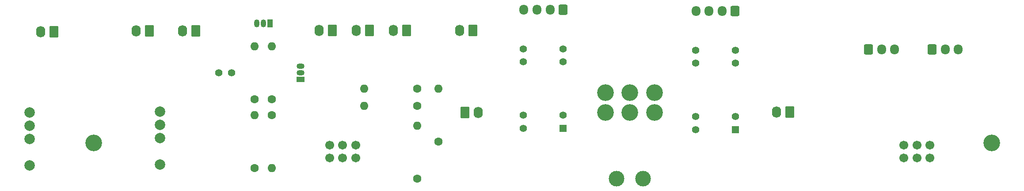
<source format=gbr>
%TF.GenerationSoftware,KiCad,Pcbnew,8.0.8*%
%TF.CreationDate,2025-02-07T22:00:30+01:00*%
%TF.ProjectId,Regler,5265676c-6572-42e6-9b69-6361645f7063,1.1*%
%TF.SameCoordinates,Original*%
%TF.FileFunction,Soldermask,Bot*%
%TF.FilePolarity,Negative*%
%FSLAX46Y46*%
G04 Gerber Fmt 4.6, Leading zero omitted, Abs format (unit mm)*
G04 Created by KiCad (PCBNEW 8.0.8) date 2025-02-07 22:00:30*
%MOMM*%
%LPD*%
G01*
G04 APERTURE LIST*
G04 Aperture macros list*
%AMRoundRect*
0 Rectangle with rounded corners*
0 $1 Rounding radius*
0 $2 $3 $4 $5 $6 $7 $8 $9 X,Y pos of 4 corners*
0 Add a 4 corners polygon primitive as box body*
4,1,4,$2,$3,$4,$5,$6,$7,$8,$9,$2,$3,0*
0 Add four circle primitives for the rounded corners*
1,1,$1+$1,$2,$3*
1,1,$1+$1,$4,$5*
1,1,$1+$1,$6,$7*
1,1,$1+$1,$8,$9*
0 Add four rect primitives between the rounded corners*
20,1,$1+$1,$2,$3,$4,$5,0*
20,1,$1+$1,$4,$5,$6,$7,0*
20,1,$1+$1,$6,$7,$8,$9,0*
20,1,$1+$1,$8,$9,$2,$3,0*%
G04 Aperture macros list end*
%ADD10R,1.400000X1.400000*%
%ADD11C,1.400000*%
%ADD12RoundRect,0.250000X0.600000X0.725000X-0.600000X0.725000X-0.600000X-0.725000X0.600000X-0.725000X0*%
%ADD13O,1.700000X1.950000*%
%ADD14RoundRect,0.250000X-0.600000X-0.725000X0.600000X-0.725000X0.600000X0.725000X-0.600000X0.725000X0*%
%ADD15RoundRect,0.250000X0.620000X0.845000X-0.620000X0.845000X-0.620000X-0.845000X0.620000X-0.845000X0*%
%ADD16O,1.740000X2.190000*%
%ADD17C,2.000000*%
%ADD18RoundRect,0.250000X0.620000X0.850000X-0.620000X0.850000X-0.620000X-0.850000X0.620000X-0.850000X0*%
%ADD19O,1.740000X2.200000*%
%ADD20C,3.200000*%
%ADD21C,1.600000*%
%ADD22O,1.600000X1.600000*%
%ADD23C,1.701800*%
%ADD24R,1.500000X1.050000*%
%ADD25O,1.500000X1.050000*%
%ADD26C,3.000000*%
%ADD27R,1.050000X1.500000*%
%ADD28O,1.050000X1.500000*%
%ADD29RoundRect,0.250000X-0.620000X-0.845000X0.620000X-0.845000X0.620000X0.845000X-0.620000X0.845000X0*%
G04 APERTURE END LIST*
D10*
X156718000Y-101854000D03*
D11*
X156718000Y-99314000D03*
X156718000Y-89054000D03*
X156718000Y-86614000D03*
X149098000Y-86614000D03*
X149098000Y-89054000D03*
X149098000Y-99314000D03*
X149098000Y-101854000D03*
D10*
X189738000Y-102108000D03*
D11*
X189738000Y-99568000D03*
X189738000Y-89308000D03*
X189738000Y-86868000D03*
X182118000Y-86868000D03*
X182118000Y-89308000D03*
X182118000Y-99568000D03*
X182118000Y-102108000D03*
D12*
X156718000Y-79086000D03*
D13*
X154218000Y-79086000D03*
X151718000Y-79086000D03*
X149218000Y-79086000D03*
D12*
X189678000Y-79294000D03*
D13*
X187178000Y-79294000D03*
X184678000Y-79294000D03*
X182178000Y-79294000D03*
D14*
X227410000Y-86741000D03*
D13*
X229910000Y-86741000D03*
X232410000Y-86741000D03*
D14*
X215218000Y-86741000D03*
D13*
X217718000Y-86741000D03*
X220218000Y-86741000D03*
D15*
X77470000Y-83165000D03*
D16*
X74930000Y-83165000D03*
D15*
X59182000Y-83312000D03*
D16*
X56642000Y-83312000D03*
D17*
X79519200Y-108825000D03*
X79519200Y-103745000D03*
X79519200Y-101205000D03*
X79519200Y-98665000D03*
X54519200Y-108966000D03*
X54519200Y-103886000D03*
X54519200Y-101346000D03*
X54519200Y-98806000D03*
D15*
X86360000Y-83185000D03*
D16*
X83820000Y-83185000D03*
D18*
X139446000Y-83058000D03*
D19*
X136906000Y-83058000D03*
D20*
X238802000Y-104648000D03*
D21*
X128778000Y-94234000D03*
D22*
X118618000Y-94234000D03*
D23*
X111996000Y-107569000D03*
X114496000Y-107569000D03*
X116996000Y-107569000D03*
X111996000Y-105069000D03*
X114496000Y-105069000D03*
X116996000Y-105069000D03*
D21*
X97642000Y-96266000D03*
D22*
X97642000Y-86106000D03*
D15*
X126746000Y-83058000D03*
D16*
X124206000Y-83058000D03*
D24*
X106426000Y-92456000D03*
D25*
X106426000Y-91186000D03*
X106426000Y-89916000D03*
D15*
X119616000Y-83058000D03*
D16*
X117076000Y-83058000D03*
D21*
X100944000Y-96266000D03*
D22*
X100944000Y-86106000D03*
D11*
X93218000Y-91186000D03*
X90718000Y-91186000D03*
D26*
X172059200Y-111506000D03*
X166979200Y-111506000D03*
D20*
X174219200Y-98806000D03*
X169519200Y-98806000D03*
X164819200Y-98806000D03*
X174219200Y-94996000D03*
X169519200Y-94996000D03*
X164819200Y-94996000D03*
D21*
X97642000Y-109474000D03*
D22*
X97642000Y-99314000D03*
D21*
X128778000Y-97536000D03*
D22*
X118618000Y-97536000D03*
D27*
X100584000Y-81682000D03*
D28*
X99314000Y-81682000D03*
X98044000Y-81682000D03*
D21*
X128778000Y-111506000D03*
D22*
X128778000Y-101346000D03*
D15*
X200152000Y-98766000D03*
D16*
X197612000Y-98766000D03*
D29*
X137922000Y-98806000D03*
D16*
X140462000Y-98806000D03*
D21*
X100944000Y-99314000D03*
D22*
X100944000Y-109474000D03*
D23*
X221996000Y-107569000D03*
X224496000Y-107569000D03*
X226996000Y-107569000D03*
X221996000Y-105069000D03*
X224496000Y-105069000D03*
X226996000Y-105069000D03*
D15*
X112486000Y-83058000D03*
D16*
X109946000Y-83058000D03*
D20*
X66802000Y-104648000D03*
D21*
X132842000Y-104394000D03*
D22*
X132842000Y-94234000D03*
M02*

</source>
